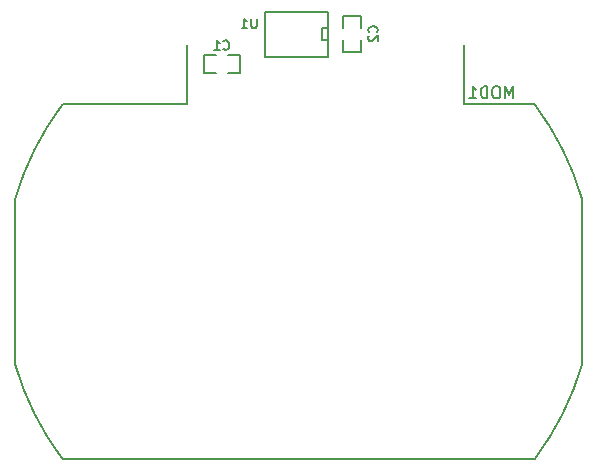
<source format=gbr>
G04 #@! TF.GenerationSoftware,KiCad,Pcbnew,5.0.0-fee4fd1~66~ubuntu16.04.1*
G04 #@! TF.CreationDate,2018-09-19T21:37:51+02:00*
G04 #@! TF.ProjectId,roomthermostat,726F6F6D746865726D6F737461742E6B,1*
G04 #@! TF.SameCoordinates,Original*
G04 #@! TF.FileFunction,Legend,Bot*
G04 #@! TF.FilePolarity,Positive*
%FSLAX46Y46*%
G04 Gerber Fmt 4.6, Leading zero omitted, Abs format (unit mm)*
G04 Created by KiCad (PCBNEW 5.0.0-fee4fd1~66~ubuntu16.04.1) date Wed Sep 19 21:37:51 2018*
%MOMM*%
%LPD*%
G01*
G04 APERTURE LIST*
%ADD10C,0.150000*%
G04 APERTURE END LIST*
D10*
G04 #@! TO.C,MOD1*
X117090000Y-115350000D02*
X77090000Y-115350000D01*
X87590000Y-85350000D02*
X77090000Y-85350000D01*
X87590000Y-80350000D02*
X87590000Y-85350000D01*
X111090000Y-85350000D02*
X111090000Y-80350000D01*
X117090000Y-85350000D02*
X111090000Y-85350000D01*
X73075000Y-93360000D02*
X73075000Y-107360000D01*
X73076073Y-107363678D02*
G75*
G03X77075000Y-115360000I23998927J7003678D01*
G01*
X77078170Y-85355774D02*
G75*
G03X73075000Y-93360000I19996830J-15004226D01*
G01*
X121077034Y-93366979D02*
G75*
G03X117075000Y-85360000I-24002034J-6993021D01*
G01*
X117075794Y-115358942D02*
G75*
G03X121075000Y-107360000I-20000794J14998942D01*
G01*
X121075000Y-107360000D02*
X121075000Y-93360000D01*
G04 #@! TO.C,C1*
X91073000Y-82717000D02*
X92089000Y-82717000D01*
X92089000Y-82717000D02*
X92089000Y-81193000D01*
X92089000Y-81193000D02*
X91073000Y-81193000D01*
X90057000Y-81193000D02*
X89041000Y-81193000D01*
X89041000Y-81193000D02*
X89041000Y-82717000D01*
X89041000Y-82717000D02*
X90057000Y-82717000D01*
G04 #@! TO.C,C2*
X100838000Y-79883000D02*
X100838000Y-80899000D01*
X100838000Y-80899000D02*
X102362000Y-80899000D01*
X102362000Y-80899000D02*
X102362000Y-79883000D01*
X102362000Y-78867000D02*
X102362000Y-77851000D01*
X102362000Y-77851000D02*
X100838000Y-77851000D01*
X100838000Y-77851000D02*
X100838000Y-78867000D01*
G04 #@! TO.C,U1*
X99582000Y-81193000D02*
X99582000Y-81320000D01*
X99582000Y-81320000D02*
X94248000Y-81320000D01*
X94248000Y-77510000D02*
X99582000Y-77510000D01*
X99582000Y-77510000D02*
X99582000Y-81193000D01*
X99582000Y-78907000D02*
X99074000Y-78907000D01*
X99074000Y-78907000D02*
X99074000Y-79923000D01*
X99074000Y-79923000D02*
X99582000Y-79923000D01*
X94248000Y-77510000D02*
X94248000Y-81320000D01*
G04 #@! TO.C,MOD1*
X115248333Y-84822380D02*
X115248333Y-83822380D01*
X114915000Y-84536666D01*
X114581666Y-83822380D01*
X114581666Y-84822380D01*
X113915000Y-83822380D02*
X113724523Y-83822380D01*
X113629285Y-83870000D01*
X113534047Y-83965238D01*
X113486428Y-84155714D01*
X113486428Y-84489047D01*
X113534047Y-84679523D01*
X113629285Y-84774761D01*
X113724523Y-84822380D01*
X113915000Y-84822380D01*
X114010238Y-84774761D01*
X114105476Y-84679523D01*
X114153095Y-84489047D01*
X114153095Y-84155714D01*
X114105476Y-83965238D01*
X114010238Y-83870000D01*
X113915000Y-83822380D01*
X113057857Y-84822380D02*
X113057857Y-83822380D01*
X112819761Y-83822380D01*
X112676904Y-83870000D01*
X112581666Y-83965238D01*
X112534047Y-84060476D01*
X112486428Y-84250952D01*
X112486428Y-84393809D01*
X112534047Y-84584285D01*
X112581666Y-84679523D01*
X112676904Y-84774761D01*
X112819761Y-84822380D01*
X113057857Y-84822380D01*
X111534047Y-84822380D02*
X112105476Y-84822380D01*
X111819761Y-84822380D02*
X111819761Y-83822380D01*
X111915000Y-83965238D01*
X112010238Y-84060476D01*
X112105476Y-84108095D01*
G04 #@! TO.C,C1*
X90698333Y-80655714D02*
X90736428Y-80693809D01*
X90850714Y-80731904D01*
X90926904Y-80731904D01*
X91041190Y-80693809D01*
X91117380Y-80617619D01*
X91155476Y-80541428D01*
X91193571Y-80389047D01*
X91193571Y-80274761D01*
X91155476Y-80122380D01*
X91117380Y-80046190D01*
X91041190Y-79970000D01*
X90926904Y-79931904D01*
X90850714Y-79931904D01*
X90736428Y-79970000D01*
X90698333Y-80008095D01*
X89936428Y-80731904D02*
X90393571Y-80731904D01*
X90165000Y-80731904D02*
X90165000Y-79931904D01*
X90241190Y-80046190D01*
X90317380Y-80122380D01*
X90393571Y-80160476D01*
G04 #@! TO.C,C2*
X103700714Y-79241666D02*
X103738809Y-79203571D01*
X103776904Y-79089285D01*
X103776904Y-79013095D01*
X103738809Y-78898809D01*
X103662619Y-78822619D01*
X103586428Y-78784523D01*
X103434047Y-78746428D01*
X103319761Y-78746428D01*
X103167380Y-78784523D01*
X103091190Y-78822619D01*
X103015000Y-78898809D01*
X102976904Y-79013095D01*
X102976904Y-79089285D01*
X103015000Y-79203571D01*
X103053095Y-79241666D01*
X103053095Y-79546428D02*
X103015000Y-79584523D01*
X102976904Y-79660714D01*
X102976904Y-79851190D01*
X103015000Y-79927380D01*
X103053095Y-79965476D01*
X103129285Y-80003571D01*
X103205476Y-80003571D01*
X103319761Y-79965476D01*
X103776904Y-79508333D01*
X103776904Y-80003571D01*
G04 #@! TO.C,U1*
X93524523Y-78087904D02*
X93524523Y-78735523D01*
X93486428Y-78811714D01*
X93448333Y-78849809D01*
X93372142Y-78887904D01*
X93219761Y-78887904D01*
X93143571Y-78849809D01*
X93105476Y-78811714D01*
X93067380Y-78735523D01*
X93067380Y-78087904D01*
X92267380Y-78887904D02*
X92724523Y-78887904D01*
X92495952Y-78887904D02*
X92495952Y-78087904D01*
X92572142Y-78202190D01*
X92648333Y-78278380D01*
X92724523Y-78316476D01*
G04 #@! TD*
M02*

</source>
